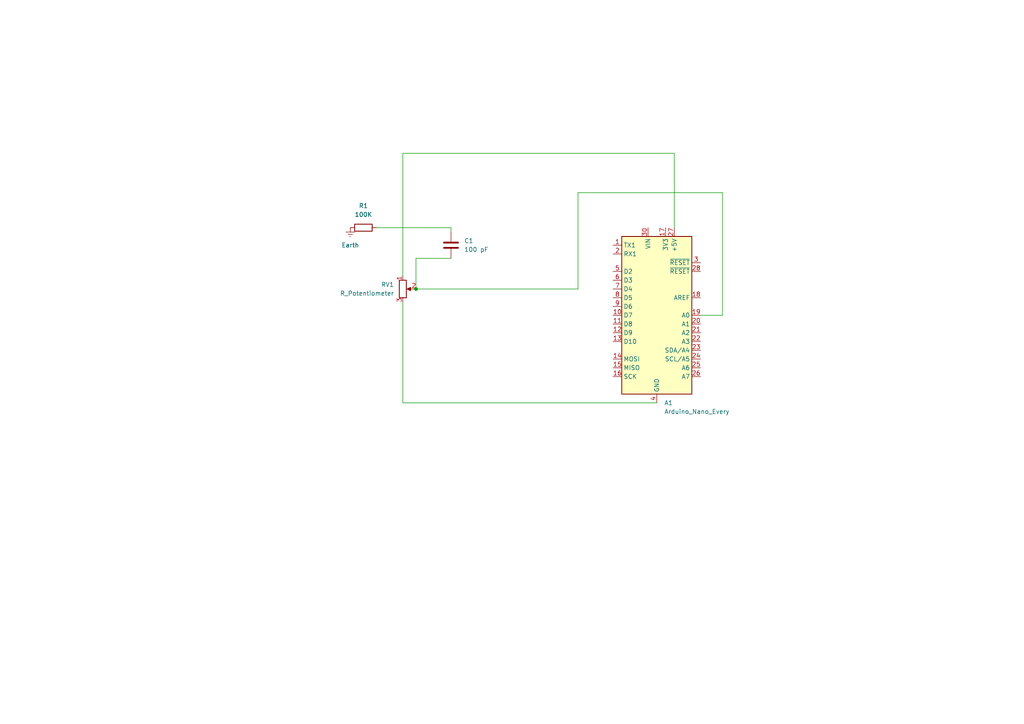
<source format=kicad_sch>
(kicad_sch (version 20250114) (generator "eeschema") (generator_version "9.0")
  (paper "A4")
  (lib_symbols
    (symbol "Device:C" (pin_numbers (hide yes)) (pin_names (offset 0.254))
      (property "Reference" "C" (at 0.635 2.54 0))
      (property "Value" "C" (at 0.635 -2.54 0))
      (symbol "C_0_1"
        (polyline (pts (xy -2.032 0.762) (xy 2.032 0.762)) (stroke (width 0.508)))
        (polyline (pts (xy -2.032 -0.762) (xy 2.032 -0.762)) (stroke (width 0.508)))
      )
      (symbol "C_1_1"
        (pin passive line (at 0 3.81 270) (length 2.794) (name "~") (number "1"))
        (pin passive line (at 0 -3.81 90) (length 2.794) (name "~") (number "2"))
      )
    )
    (symbol "Device:R" (pin_numbers (hide yes)) (pin_names (offset 0))
      (property "Reference" "R" (at 2.032 0 90))
      (property "Value" "R" (at 0 0 90))
      (symbol "R_0_1"
        (rectangle (start -1.016 -2.54) (end 1.016 2.54) (stroke (width 0.254)))
      )
      (symbol "R_1_1"
        (pin passive line (at 0 3.81 270) (length 1.27) (name "~") (number "1"))
        (pin passive line (at 0 -3.81 90) (length 1.27) (name "~") (number "2"))
      )
    )
    (symbol "Device:R_Potentiometer" (pin_names (offset 1.016) (hide yes))
      (property "Reference" "RV" (at -4.445 0 90))
      (property "Value" "R_Potentiometer" (at -2.54 0 90))
      (symbol "R_Potentiometer_0_1"
        (rectangle (start 1.016 2.54) (end -1.016 -2.54) (stroke (width 0.254)))
        (polyline (pts (xy 1.143 0) (xy 2.286 0.508) (xy 2.286 -0.508) (xy 1.143 0)) (fill (type outline)))
        (polyline (pts (xy 2.54 0) (xy 1.524 0)))
      )
      (symbol "R_Potentiometer_1_1"
        (pin passive line (at 0 3.81 270) (length 1.27) (name "1") (number "1"))
        (pin passive line (at 0 -3.81 90) (length 1.27) (name "3") (number "3"))
        (pin passive line (at 3.81 0 180) (length 1.27) (name "2") (number "2"))
      )
    )
    (symbol "MCU_Module:Arduino_Nano_Every"
      (property "Reference" "A" (at -10.16 23.495 0))
      (property "Value" "Arduino_Nano_Every" (at 5.08 -24.13 0))
      (symbol "Arduino_Nano_Every_0_1"
        (rectangle (start -10.16 22.86) (end 10.16 -22.86) (stroke (width 0.254)) (fill (type background)))
      )
      (symbol "Arduino_Nano_Every_1_1"
        (pin bidirectional line (at -12.7 20.32 0) (length 2.54) (name "TX1") (number "1"))
        (pin bidirectional line (at -12.7 17.78 0) (length 2.54) (name "RX1") (number "2"))
        (pin bidirectional line (at -12.7 12.7 0) (length 2.54) (name "D2") (number "5"))
        (pin bidirectional line (at -12.7 10.16 0) (length 2.54) (name "D3") (number "6"))
        (pin bidirectional line (at -12.7 7.62 0) (length 2.54) (name "D4") (number "7"))
        (pin bidirectional line (at -12.7 5.08 0) (length 2.54) (name "D5") (number "8"))
        (pin bidirectional line (at -12.7 2.54 0) (length 2.54) (name "D6") (number "9"))
        (pin bidirectional line (at -12.7 0 0) (length 2.54) (name "D7") (number "10"))
        (pin bidirectional line (at -12.7 -2.54 0) (length 2.54) (name "D8") (number "11"))
        (pin bidirectional line (at -12.7 -5.08 0) (length 2.54) (name "D9") (number "12"))
        (pin bidirectional line (at -12.7 -7.62 0) (length 2.54) (name "D10") (number "13"))
        (pin bidirectional line (at -12.7 -12.7 0) (length 2.54) (name "MOSI") (number "14"))
        (pin bidirectional line (at -12.7 -15.24 0) (length 2.54) (name "MISO") (number "15"))
        (pin bidirectional line (at -12.7 -17.78 0) (length 2.54) (name "SCK") (number "16"))
        (pin power_in line (at -2.54 25.4 270) (length 2.54) (name "VIN") (number "30"))
        (pin passive line (at 0 -25.4 90) (length 2.54) (hide yes) (name "GND") (number "29"))
        (pin power_in line (at 0 -25.4 90) (length 2.54) (name "GND") (number "4"))
        (pin power_out line (at 2.54 25.4 270) (length 2.54) (name "3V3") (number "17"))
        (pin power_out line (at 5.08 25.4 270) (length 2.54) (name "+5V") (number "27"))
        (pin input line (at 12.7 15.24 180) (length 2.54) (name "~{RESET}") (number "3"))
        (pin input line (at 12.7 12.7 180) (length 2.54) (name "~{RESET}") (number "28"))
        (pin input line (at 12.7 5.08 180) (length 2.54) (name "AREF") (number "18"))
        (pin bidirectional line (at 12.7 0 180) (length 2.54) (name "A0") (number "19"))
        (pin bidirectional line (at 12.7 -2.54 180) (length 2.54) (name "A1") (number "20"))
        (pin bidirectional line (at 12.7 -5.08 180) (length 2.54) (name "A2") (number "21"))
        (pin bidirectional line (at 12.7 -7.62 180) (length 2.54) (name "A3") (number "22"))
        (pin bidirectional line (at 12.7 -10.16 180) (length 2.54) (name "SDA/A4") (number "23"))
        (pin bidirectional line (at 12.7 -12.7 180) (length 2.54) (name "SCL/A5") (number "24"))
        (pin bidirectional line (at 12.7 -15.24 180) (length 2.54) (name "A6") (number "25"))
        (pin bidirectional line (at 12.7 -17.78 180) (length 2.54) (name "A7") (number "26"))
      )
    )
    (symbol "power:Earth" (power) (pin_numbers (hide yes)) (pin_names (offset 0) (hide yes))
      (property "Value" "Earth" (at 0 -3.81 0))
      (symbol "Earth_0_1"
        (polyline (pts (xy -0.635 -1.905) (xy 0.635 -1.905)))
        (polyline (pts (xy -0.127 -2.54) (xy 0.127 -2.54)))
        (polyline (pts (xy 0 -1.27) (xy 0 0)))
        (polyline (pts (xy 1.27 -1.27) (xy -1.27 -1.27)))
      )
      (symbol "Earth_1_1"
        (pin power_in line (at 0 0 270) (length 0) (name "~") (number "1"))
      )
    )
  )
  (junction (at 120.65 83.82))
  (wire (pts (xy 209.55 55.88) (xy 209.55 91.44)))
  (wire (pts (xy 130.81 66.04) (xy 130.81 67.31)))
  (wire (pts (xy 167.64 55.88) (xy 209.55 55.88)))
  (wire (pts (xy 209.55 91.44) (xy 203.2 91.44)))
  (wire (pts (xy 109.22 66.04) (xy 130.81 66.04)))
  (wire (pts (xy 195.58 44.45) (xy 116.84 44.45)))
  (wire (pts (xy 167.64 83.82) (xy 167.64 55.88)))
  (wire (pts (xy 130.81 74.93) (xy 120.65 74.93)))
  (wire (pts (xy 190.5 116.84) (xy 116.84 116.84)))
  (wire (pts (xy 120.65 74.93) (xy 120.65 83.82)))
  (wire (pts (xy 195.58 66.04) (xy 195.58 44.45)))
  (wire (pts (xy 116.84 116.84) (xy 116.84 87.63)))
  (wire (pts (xy 116.84 44.45) (xy 116.84 80.01)))
  (wire (pts (xy 120.65 83.82) (xy 167.64 83.82)))
  (symbol (lib_id "MCU_Module:Arduino_Nano_Every") (at 190.5 91.44 0) (unit 1)
    (property "Reference" "A1" (at 192.6433 116.84 0) (effects (justify left)))
    (property "Value" "Arduino_Nano_Every" (at 192.6433 119.38 0) (effects (justify left)))
    (property "Footprint" "Module:Arduino_Nano" (effects (hide yes)))
    (property "Datasheet" "https://content.arduino.cc/assets/NANOEveryV3.0_sch.pdf" (effects (hide yes)))
    (property "Description" "Arduino Nano Every" (effects (hide yes)))
  )
  (symbol (lib_id "Device:R") (at 105.41 66.04 90) (unit 1)
    (property "Reference" "R1" (at 105.41 59.69 90))
    (property "Value" "100K" (at 105.41 62.23 90))
    (property "Description" "Resistor" (effects (hide yes)))
  )
  (symbol (lib_id "Device:C") (at 130.81 71.12 0) (unit 1)
    (property "Reference" "C1" (at 134.62 69.8499 0) (effects (justify left)))
    (property "Value" "100 pF" (at 134.62 72.3899 0) (effects (justify left)))
    (property "Description" "Unpolarized capacitor" (effects (hide yes)))
  )
  (symbol (lib_id "power:Earth") (at 101.6 66.04 0) (unit 1)
    (property "Reference" "#PWR01" (effects (hide yes)))
    (property "Value" "Earth" (at 101.6 71.12 0))
    (property "Description" "Power symbol creates a global label with name \"Earth\"" (effects (hide yes)))
  )
  (symbol (lib_id "Device:R_Potentiometer") (at 116.84 83.82 0) (unit 1)
    (property "Reference" "RV1" (at 114.3 82.5499 0) (effects (justify right)))
    (property "Value" "R_Potentiometer" (at 114.3 85.0899 0) (effects (justify right)))
    (property "Description" "Potentiometer" (effects (hide yes)))
  )
)
</source>
